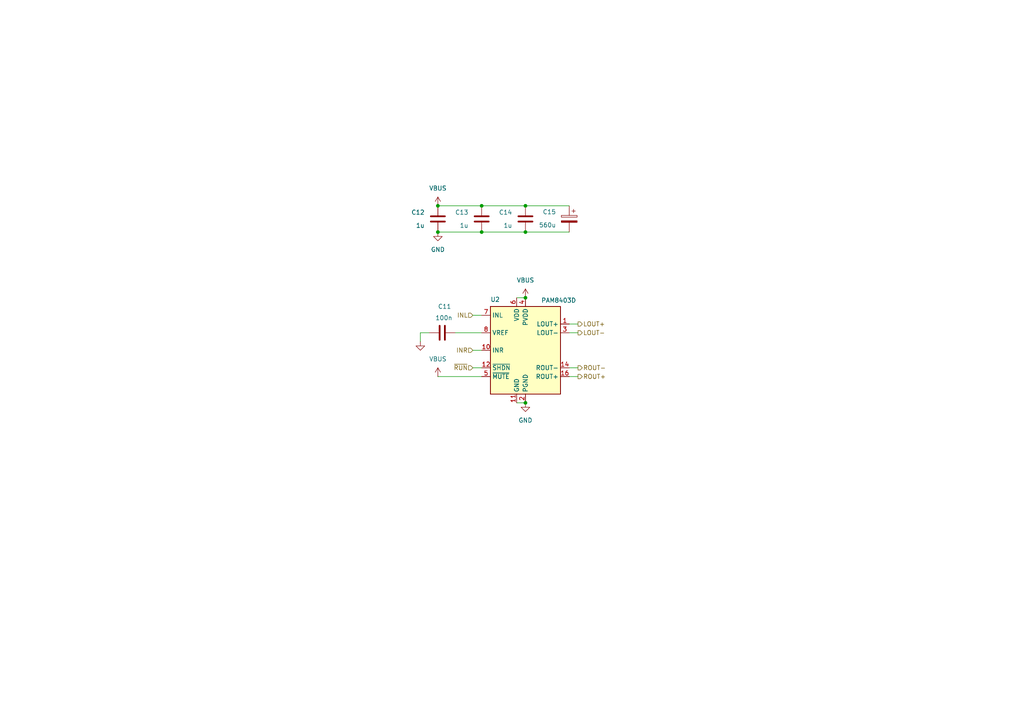
<source format=kicad_sch>
(kicad_sch (version 20250114) (generator "eeschema") (generator_version "9.0")
  (paper "A4")
  (lib_symbols
    (symbol "Device:C" (pin_numbers (hide yes)) (pin_names (offset 0.254))
      (property "Reference" "C" (at 0.635 2.54 0))
      (property "Value" "C" (at 0.635 -2.54 0))
      (symbol "C_0_1"
        (polyline (pts (xy -2.032 0.762) (xy 2.032 0.762)) (stroke (width 0.508)))
        (polyline (pts (xy -2.032 -0.762) (xy 2.032 -0.762)) (stroke (width 0.508)))
      )
      (symbol "C_1_1"
        (pin passive line (at 0 3.81 270) (length 2.794) (name "~") (number "1"))
        (pin passive line (at 0 -3.81 90) (length 2.794) (name "~") (number "2"))
      )
    )
    (symbol "Device:C_Polarized" (pin_numbers (hide yes)) (pin_names (offset 0.254))
      (property "Reference" "C" (at 0.635 2.54 0))
      (property "Value" "C_Polarized" (at 0.635 -2.54 0))
      (symbol "C_Polarized_0_1"
        (rectangle (start -2.286 0.508) (end 2.286 1.016))
        (polyline (pts (xy -1.778 2.286) (xy -0.762 2.286)))
        (polyline (pts (xy -1.27 2.794) (xy -1.27 1.778)))
        (rectangle (start 2.286 -0.508) (end -2.286 -1.016) (fill (type outline)))
      )
      (symbol "C_Polarized_1_1"
        (pin passive line (at 0 3.81 270) (length 2.794) (name "~") (number "1"))
        (pin passive line (at 0 -3.81 90) (length 2.794) (name "~") (number "2"))
      )
    )
    (symbol "misc:PAM8403D"
      (property "Reference" "U" (at 1.27 16.51 0))
      (property "Value" "PAM8403D" (at 6.096 14.224 0))
      (symbol "PAM8403D_0_1"
        (rectangle (start -10.16 12.7) (end 10.16 -12.7) (stroke (width 0.254)) (fill (type background)))
      )
      (symbol "PAM8403D_1_1"
        (pin input line (at -12.7 10.16 0) (length 2.54) (name "INL") (number "7"))
        (pin input line (at -12.7 5.08 0) (length 2.54) (name "VREF") (number "8"))
        (pin input line (at -12.7 0 0) (length 2.54) (name "INR") (number "10"))
        (pin input line (at -12.7 -5.08 0) (length 2.54) (name "~{SHDN}") (number "12"))
        (pin input line (at -12.7 -7.62 0) (length 2.54) (name "~{MUTE}") (number "5"))
        (pin power_in line (at -2.54 15.24 270) (length 2.54) (name "VDD") (number "6"))
        (pin power_in line (at -2.54 -15.24 90) (length 2.54) (name "GND") (number "11"))
        (pin passive line (at 0 15.24 270) (length 2.54) (hide yes) (name "PVDD") (number "13"))
        (pin power_in line (at 0 15.24 270) (length 2.54) (name "PVDD") (number "4"))
        (pin passive line (at 0 -15.24 90) (length 2.54) (hide yes) (name "PGND") (number "15"))
        (pin power_in line (at 0 -15.24 90) (length 2.54) (name "PGND") (number "2"))
        (pin no_connect line (at 10.16 -10.16 180) (length 2.54) (hide yes) (name "NC") (number "9"))
        (pin output line (at 12.7 7.62 180) (length 2.54) (name "LOUT+") (number "1"))
        (pin output line (at 12.7 5.08 180) (length 2.54) (name "LOUT-") (number "3"))
        (pin output line (at 12.7 -5.08 180) (length 2.54) (name "ROUT-") (number "14"))
        (pin output line (at 12.7 -7.62 180) (length 2.54) (name "ROUT+") (number "16"))
      )
    )
    (symbol "power:GND" (power) (pin_numbers (hide yes)) (pin_names (offset 0) (hide yes))
      (property "Value" "GND" (at 0 -3.81 0))
      (symbol "GND_0_1"
        (polyline (pts (xy 0 0) (xy 0 -1.27) (xy 1.27 -1.27) (xy 0 -2.54) (xy -1.27 -1.27) (xy 0 -1.27)))
      )
      (symbol "GND_1_1"
        (pin power_in line (at 0 0 270) (length 0) (name "~") (number "1"))
      )
    )
    (symbol "power:VBUS" (power) (pin_numbers (hide yes)) (pin_names (offset 0) (hide yes))
      (property "Value" "VBUS" (at 0 3.556 0))
      (symbol "VBUS_0_1"
        (polyline (pts (xy -0.762 1.27) (xy 0 2.54)))
        (polyline (pts (xy 0 2.54) (xy 0.762 1.27)))
        (polyline (pts (xy 0 0) (xy 0 2.54)))
      )
      (symbol "VBUS_1_1"
        (pin power_in line (at 0 0 90) (length 0) (name "~") (number "1"))
      )
    )
  )
  (junction (at 139.7 59.69))
  (junction (at 152.4 67.31))
  (junction (at 139.7 67.31))
  (junction (at 127 59.69))
  (junction (at 152.4 59.69))
  (junction (at 152.4 86.36))
  (junction (at 152.4 116.84))
  (junction (at 127 67.31))
  (wire (pts (xy 167.64 109.22) (xy 165.1 109.22)))
  (wire (pts (xy 139.7 59.69) (xy 152.4 59.69)))
  (wire (pts (xy 137.16 106.68) (xy 139.7 106.68)))
  (wire (pts (xy 167.64 93.98) (xy 165.1 93.98)))
  (wire (pts (xy 167.64 96.52) (xy 165.1 96.52)))
  (wire (pts (xy 139.7 67.31) (xy 152.4 67.31)))
  (wire (pts (xy 137.16 91.44) (xy 139.7 91.44)))
  (wire (pts (xy 152.4 59.69) (xy 165.1 59.69)))
  (wire (pts (xy 137.16 101.6) (xy 139.7 101.6)))
  (wire (pts (xy 167.64 106.68) (xy 165.1 106.68)))
  (wire (pts (xy 127 109.22) (xy 139.7 109.22)))
  (wire (pts (xy 127 67.31) (xy 139.7 67.31)))
  (wire (pts (xy 121.92 96.52) (xy 124.46 96.52)))
  (wire (pts (xy 121.92 96.52) (xy 121.92 99.06)))
  (wire (pts (xy 127 59.69) (xy 139.7 59.69)))
  (wire (pts (xy 149.86 86.36) (xy 152.4 86.36)))
  (wire (pts (xy 132.08 96.52) (xy 139.7 96.52)))
  (wire (pts (xy 152.4 67.31) (xy 165.1 67.31)))
  (wire (pts (xy 149.86 116.84) (xy 152.4 116.84)))
  (hierarchical_label "ROUT-" (shape output) (at 167.64 106.68 0))
  (hierarchical_label "~{RUN}" (shape input) (at 137.16 106.68 180))
  (hierarchical_label "INR" (shape input) (at 137.16 101.6 180))
  (hierarchical_label "INL" (shape input) (at 137.16 91.44 180))
  (hierarchical_label "LOUT+" (shape output) (at 167.64 93.98 0))
  (hierarchical_label "ROUT+" (shape output) (at 167.64 109.22 0))
  (hierarchical_label "LOUT-" (shape output) (at 167.64 96.52 0))
  (symbol (lib_id "power:VBUS") (at 152.4 86.36 0) (unit 1)
    (property "Reference" "#PWR09" (effects (hide yes)))
    (property "Value" "VBUS" (at 152.4 81.28 0))
    (property "Description" "Power symbol creates a global label with name \"VBUS\"" (effects (hide yes)))
  )
  (symbol (lib_id "power:GND") (at 127 67.31 0) (unit 1)
    (property "Reference" "#PWR014" (effects (hide yes)))
    (property "Value" "GND" (at 127 72.39 0))
    (property "Description" "Power symbol creates a global label with name \"GND\" , ground" (effects (hide yes)))
  )
  (symbol (lib_id "Device:C") (at 127 63.5 0) (mirror y) (unit 1)
    (property "Reference" "C12" (at 123.19 61.5949 0) (effects (justify left)))
    (property "Value" "1u" (at 123.19 65.4049 0) (effects (justify left)))
    (property "Footprint" "Capacitor_SMD:C_0402_1005Metric" (effects (hide yes)))
    (property "Description" "Unpolarized capacitor" (effects (hide yes)))
    (property "LCSC Part #" "C52923" (effects (hide yes)))
  )
  (symbol (lib_id "Device:C") (at 128.27 96.52 270) (mirror x) (unit 1)
    (property "Reference" "C11" (at 127 88.9 90) (effects (justify left)))
    (property "Value" "100n" (at 126.238 92.202 90) (effects (justify left)))
    (property "Footprint" "Capacitor_SMD:C_0402_1005Metric" (effects (hide yes)))
    (property "Description" "Unpolarized capacitor" (effects (hide yes)))
    (property "LCSC Part #" "C1525" (effects (hide yes)))
  )
  (symbol (lib_id "power:VBUS") (at 127 109.22 0) (unit 1)
    (property "Reference" "#PWR015" (effects (hide yes)))
    (property "Value" "VBUS" (at 127 104.14 0))
    (property "Description" "Power symbol creates a global label with name \"VBUS\"" (effects (hide yes)))
  )
  (symbol (lib_id "power:GND") (at 152.4 116.84 0) (unit 1)
    (property "Reference" "#PWR011" (effects (hide yes)))
    (property "Value" "GND" (at 152.4 121.92 0))
    (property "Description" "Power symbol creates a global label with name \"GND\" , ground" (effects (hide yes)))
  )
  (symbol (lib_id "Device:C_Polarized") (at 165.1 63.5 0) (mirror y) (unit 1)
    (property "Reference" "C15" (at 161.29 61.468 0) (effects (justify left)))
    (property "Value" "560u" (at 161.29 65.278 0) (effects (justify left)))
    (property "Footprint" "Capacitor_SMD:CP_Elec_10x10" (effects (hide yes)))
    (property "Description" "Polarized capacitor" (effects (hide yes)))
    (property "LCSC Part #" "C19673857" (effects (hide yes)))
  )
  (symbol (lib_id "Device:C") (at 139.7 63.5 0) (mirror y) (unit 1)
    (property "Reference" "C13" (at 135.89 61.5949 0) (effects (justify left)))
    (property "Value" "1u" (at 135.89 65.4049 0) (effects (justify left)))
    (property "Footprint" "Capacitor_SMD:C_0402_1005Metric" (effects (hide yes)))
    (property "Description" "Unpolarized capacitor" (effects (hide yes)))
    (property "LCSC Part #" "C52923" (effects (hide yes)))
  )
  (symbol (lib_id "Device:C") (at 152.4 63.5 0) (mirror y) (unit 1)
    (property "Reference" "C14" (at 148.59 61.5949 0) (effects (justify left)))
    (property "Value" "1u" (at 148.59 65.4049 0) (effects (justify left)))
    (property "Footprint" "Capacitor_SMD:C_0402_1005Metric" (effects (hide yes)))
    (property "Description" "Unpolarized capacitor" (effects (hide yes)))
    (property "LCSC Part #" "C52923" (effects (hide yes)))
  )
  (symbol (lib_id "misc:PAM8403D") (at 152.4 101.6 0) (unit 1)
    (property "Reference" "U2" (at 142.24 86.868 0) (effects (justify left)))
    (property "Value" "PAM8403D" (at 156.972 87.122 0) (effects (justify left)))
    (property "Footprint" "Package_SO:SOIC-16_3.9x9.9mm_P1.27mm" (effects (hide yes)))
    (property "Datasheet" "https://www.diodes.com/assets/Datasheets/products_inactive_data/PAM8403.pdf" (effects (hide yes)))
    (property "Description" "3W Filterless Class-D Stereo Audio Amplifier, SOIC-16" (effects (hide yes)))
    (property "LCSC Part #" "C53055751" (effects (hide yes)))
  )
  (symbol (lib_id "power:GND") (at 121.92 99.06 0) (unit 1)
    (property "Reference" "#PWR010" (effects (hide yes)))
    (property "Value" "GND" (effects (hide yes)))
    (property "Description" "Power symbol creates a global label with name \"GND\" , ground" (effects (hide yes)))
  )
  (symbol (lib_id "power:VBUS") (at 127 59.69 0) (unit 1)
    (property "Reference" "#PWR013" (effects (hide yes)))
    (property "Value" "VBUS" (at 127 54.61 0))
    (property "Description" "Power symbol creates a global label with name \"VBUS\"" (effects (hide yes)))
  )
)
</source>
